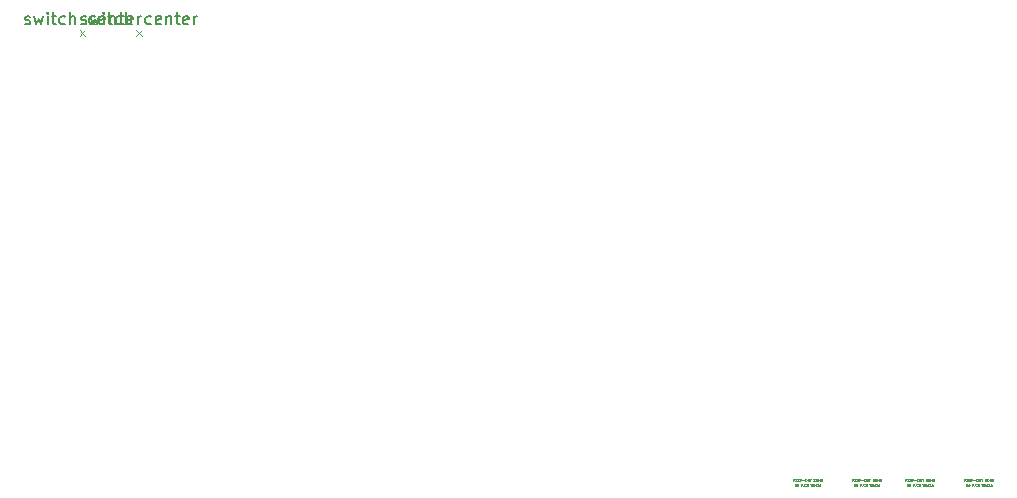
<source format=gbr>
%TF.GenerationSoftware,KiCad,Pcbnew,7.0.1*%
%TF.CreationDate,2023-03-31T22:15:08-04:00*%
%TF.ProjectId,PCB,5043422e-6b69-4636-9164-5f7063625858,rev?*%
%TF.SameCoordinates,Original*%
%TF.FileFunction,Other,Comment*%
%FSLAX46Y46*%
G04 Gerber Fmt 4.6, Leading zero omitted, Abs format (unit mm)*
G04 Created by KiCad (PCBNEW 7.0.1) date 2023-03-31 22:15:08*
%MOMM*%
%LPD*%
G01*
G04 APERTURE LIST*
%ADD10C,0.150000*%
%ADD11C,0.030000*%
%ADD12C,0.120000*%
G04 APERTURE END LIST*
D10*
%TO.C,D65*%
X29625356Y-65491250D02*
X29720594Y-65538869D01*
X29720594Y-65538869D02*
X29911070Y-65538869D01*
X29911070Y-65538869D02*
X30006308Y-65491250D01*
X30006308Y-65491250D02*
X30053927Y-65396011D01*
X30053927Y-65396011D02*
X30053927Y-65348392D01*
X30053927Y-65348392D02*
X30006308Y-65253154D01*
X30006308Y-65253154D02*
X29911070Y-65205535D01*
X29911070Y-65205535D02*
X29768213Y-65205535D01*
X29768213Y-65205535D02*
X29672975Y-65157916D01*
X29672975Y-65157916D02*
X29625356Y-65062678D01*
X29625356Y-65062678D02*
X29625356Y-65015059D01*
X29625356Y-65015059D02*
X29672975Y-64919821D01*
X29672975Y-64919821D02*
X29768213Y-64872202D01*
X29768213Y-64872202D02*
X29911070Y-64872202D01*
X29911070Y-64872202D02*
X30006308Y-64919821D01*
X30387261Y-64872202D02*
X30577737Y-65538869D01*
X30577737Y-65538869D02*
X30768213Y-65062678D01*
X30768213Y-65062678D02*
X30958689Y-65538869D01*
X30958689Y-65538869D02*
X31149165Y-64872202D01*
X31530118Y-65538869D02*
X31530118Y-64872202D01*
X31530118Y-64538869D02*
X31482499Y-64586488D01*
X31482499Y-64586488D02*
X31530118Y-64634107D01*
X31530118Y-64634107D02*
X31577737Y-64586488D01*
X31577737Y-64586488D02*
X31530118Y-64538869D01*
X31530118Y-64538869D02*
X31530118Y-64634107D01*
X31863451Y-64872202D02*
X32244403Y-64872202D01*
X32006308Y-64538869D02*
X32006308Y-65396011D01*
X32006308Y-65396011D02*
X32053927Y-65491250D01*
X32053927Y-65491250D02*
X32149165Y-65538869D01*
X32149165Y-65538869D02*
X32244403Y-65538869D01*
X33006308Y-65491250D02*
X32911070Y-65538869D01*
X32911070Y-65538869D02*
X32720594Y-65538869D01*
X32720594Y-65538869D02*
X32625356Y-65491250D01*
X32625356Y-65491250D02*
X32577737Y-65443630D01*
X32577737Y-65443630D02*
X32530118Y-65348392D01*
X32530118Y-65348392D02*
X32530118Y-65062678D01*
X32530118Y-65062678D02*
X32577737Y-64967440D01*
X32577737Y-64967440D02*
X32625356Y-64919821D01*
X32625356Y-64919821D02*
X32720594Y-64872202D01*
X32720594Y-64872202D02*
X32911070Y-64872202D01*
X32911070Y-64872202D02*
X33006308Y-64919821D01*
X33434880Y-65538869D02*
X33434880Y-64538869D01*
X33863451Y-65538869D02*
X33863451Y-65015059D01*
X33863451Y-65015059D02*
X33815832Y-64919821D01*
X33815832Y-64919821D02*
X33720594Y-64872202D01*
X33720594Y-64872202D02*
X33577737Y-64872202D01*
X33577737Y-64872202D02*
X33482499Y-64919821D01*
X33482499Y-64919821D02*
X33434880Y-64967440D01*
X35530118Y-65491250D02*
X35434880Y-65538869D01*
X35434880Y-65538869D02*
X35244404Y-65538869D01*
X35244404Y-65538869D02*
X35149166Y-65491250D01*
X35149166Y-65491250D02*
X35101547Y-65443630D01*
X35101547Y-65443630D02*
X35053928Y-65348392D01*
X35053928Y-65348392D02*
X35053928Y-65062678D01*
X35053928Y-65062678D02*
X35101547Y-64967440D01*
X35101547Y-64967440D02*
X35149166Y-64919821D01*
X35149166Y-64919821D02*
X35244404Y-64872202D01*
X35244404Y-64872202D02*
X35434880Y-64872202D01*
X35434880Y-64872202D02*
X35530118Y-64919821D01*
X36339642Y-65491250D02*
X36244404Y-65538869D01*
X36244404Y-65538869D02*
X36053928Y-65538869D01*
X36053928Y-65538869D02*
X35958690Y-65491250D01*
X35958690Y-65491250D02*
X35911071Y-65396011D01*
X35911071Y-65396011D02*
X35911071Y-65015059D01*
X35911071Y-65015059D02*
X35958690Y-64919821D01*
X35958690Y-64919821D02*
X36053928Y-64872202D01*
X36053928Y-64872202D02*
X36244404Y-64872202D01*
X36244404Y-64872202D02*
X36339642Y-64919821D01*
X36339642Y-64919821D02*
X36387261Y-65015059D01*
X36387261Y-65015059D02*
X36387261Y-65110297D01*
X36387261Y-65110297D02*
X35911071Y-65205535D01*
X36815833Y-64872202D02*
X36815833Y-65538869D01*
X36815833Y-64967440D02*
X36863452Y-64919821D01*
X36863452Y-64919821D02*
X36958690Y-64872202D01*
X36958690Y-64872202D02*
X37101547Y-64872202D01*
X37101547Y-64872202D02*
X37196785Y-64919821D01*
X37196785Y-64919821D02*
X37244404Y-65015059D01*
X37244404Y-65015059D02*
X37244404Y-65538869D01*
X37577738Y-64872202D02*
X37958690Y-64872202D01*
X37720595Y-64538869D02*
X37720595Y-65396011D01*
X37720595Y-65396011D02*
X37768214Y-65491250D01*
X37768214Y-65491250D02*
X37863452Y-65538869D01*
X37863452Y-65538869D02*
X37958690Y-65538869D01*
X38672976Y-65491250D02*
X38577738Y-65538869D01*
X38577738Y-65538869D02*
X38387262Y-65538869D01*
X38387262Y-65538869D02*
X38292024Y-65491250D01*
X38292024Y-65491250D02*
X38244405Y-65396011D01*
X38244405Y-65396011D02*
X38244405Y-65015059D01*
X38244405Y-65015059D02*
X38292024Y-64919821D01*
X38292024Y-64919821D02*
X38387262Y-64872202D01*
X38387262Y-64872202D02*
X38577738Y-64872202D01*
X38577738Y-64872202D02*
X38672976Y-64919821D01*
X38672976Y-64919821D02*
X38720595Y-65015059D01*
X38720595Y-65015059D02*
X38720595Y-65110297D01*
X38720595Y-65110297D02*
X38244405Y-65205535D01*
X39149167Y-65538869D02*
X39149167Y-64872202D01*
X39149167Y-65062678D02*
X39196786Y-64967440D01*
X39196786Y-64967440D02*
X39244405Y-64919821D01*
X39244405Y-64919821D02*
X39339643Y-64872202D01*
X39339643Y-64872202D02*
X39434881Y-64872202D01*
%TO.C,D64*%
X24862856Y-65491250D02*
X24958094Y-65538869D01*
X24958094Y-65538869D02*
X25148570Y-65538869D01*
X25148570Y-65538869D02*
X25243808Y-65491250D01*
X25243808Y-65491250D02*
X25291427Y-65396011D01*
X25291427Y-65396011D02*
X25291427Y-65348392D01*
X25291427Y-65348392D02*
X25243808Y-65253154D01*
X25243808Y-65253154D02*
X25148570Y-65205535D01*
X25148570Y-65205535D02*
X25005713Y-65205535D01*
X25005713Y-65205535D02*
X24910475Y-65157916D01*
X24910475Y-65157916D02*
X24862856Y-65062678D01*
X24862856Y-65062678D02*
X24862856Y-65015059D01*
X24862856Y-65015059D02*
X24910475Y-64919821D01*
X24910475Y-64919821D02*
X25005713Y-64872202D01*
X25005713Y-64872202D02*
X25148570Y-64872202D01*
X25148570Y-64872202D02*
X25243808Y-64919821D01*
X25624761Y-64872202D02*
X25815237Y-65538869D01*
X25815237Y-65538869D02*
X26005713Y-65062678D01*
X26005713Y-65062678D02*
X26196189Y-65538869D01*
X26196189Y-65538869D02*
X26386665Y-64872202D01*
X26767618Y-65538869D02*
X26767618Y-64872202D01*
X26767618Y-64538869D02*
X26719999Y-64586488D01*
X26719999Y-64586488D02*
X26767618Y-64634107D01*
X26767618Y-64634107D02*
X26815237Y-64586488D01*
X26815237Y-64586488D02*
X26767618Y-64538869D01*
X26767618Y-64538869D02*
X26767618Y-64634107D01*
X27100951Y-64872202D02*
X27481903Y-64872202D01*
X27243808Y-64538869D02*
X27243808Y-65396011D01*
X27243808Y-65396011D02*
X27291427Y-65491250D01*
X27291427Y-65491250D02*
X27386665Y-65538869D01*
X27386665Y-65538869D02*
X27481903Y-65538869D01*
X28243808Y-65491250D02*
X28148570Y-65538869D01*
X28148570Y-65538869D02*
X27958094Y-65538869D01*
X27958094Y-65538869D02*
X27862856Y-65491250D01*
X27862856Y-65491250D02*
X27815237Y-65443630D01*
X27815237Y-65443630D02*
X27767618Y-65348392D01*
X27767618Y-65348392D02*
X27767618Y-65062678D01*
X27767618Y-65062678D02*
X27815237Y-64967440D01*
X27815237Y-64967440D02*
X27862856Y-64919821D01*
X27862856Y-64919821D02*
X27958094Y-64872202D01*
X27958094Y-64872202D02*
X28148570Y-64872202D01*
X28148570Y-64872202D02*
X28243808Y-64919821D01*
X28672380Y-65538869D02*
X28672380Y-64538869D01*
X29100951Y-65538869D02*
X29100951Y-65015059D01*
X29100951Y-65015059D02*
X29053332Y-64919821D01*
X29053332Y-64919821D02*
X28958094Y-64872202D01*
X28958094Y-64872202D02*
X28815237Y-64872202D01*
X28815237Y-64872202D02*
X28719999Y-64919821D01*
X28719999Y-64919821D02*
X28672380Y-64967440D01*
X30767618Y-65491250D02*
X30672380Y-65538869D01*
X30672380Y-65538869D02*
X30481904Y-65538869D01*
X30481904Y-65538869D02*
X30386666Y-65491250D01*
X30386666Y-65491250D02*
X30339047Y-65443630D01*
X30339047Y-65443630D02*
X30291428Y-65348392D01*
X30291428Y-65348392D02*
X30291428Y-65062678D01*
X30291428Y-65062678D02*
X30339047Y-64967440D01*
X30339047Y-64967440D02*
X30386666Y-64919821D01*
X30386666Y-64919821D02*
X30481904Y-64872202D01*
X30481904Y-64872202D02*
X30672380Y-64872202D01*
X30672380Y-64872202D02*
X30767618Y-64919821D01*
X31577142Y-65491250D02*
X31481904Y-65538869D01*
X31481904Y-65538869D02*
X31291428Y-65538869D01*
X31291428Y-65538869D02*
X31196190Y-65491250D01*
X31196190Y-65491250D02*
X31148571Y-65396011D01*
X31148571Y-65396011D02*
X31148571Y-65015059D01*
X31148571Y-65015059D02*
X31196190Y-64919821D01*
X31196190Y-64919821D02*
X31291428Y-64872202D01*
X31291428Y-64872202D02*
X31481904Y-64872202D01*
X31481904Y-64872202D02*
X31577142Y-64919821D01*
X31577142Y-64919821D02*
X31624761Y-65015059D01*
X31624761Y-65015059D02*
X31624761Y-65110297D01*
X31624761Y-65110297D02*
X31148571Y-65205535D01*
X32053333Y-64872202D02*
X32053333Y-65538869D01*
X32053333Y-64967440D02*
X32100952Y-64919821D01*
X32100952Y-64919821D02*
X32196190Y-64872202D01*
X32196190Y-64872202D02*
X32339047Y-64872202D01*
X32339047Y-64872202D02*
X32434285Y-64919821D01*
X32434285Y-64919821D02*
X32481904Y-65015059D01*
X32481904Y-65015059D02*
X32481904Y-65538869D01*
X32815238Y-64872202D02*
X33196190Y-64872202D01*
X32958095Y-64538869D02*
X32958095Y-65396011D01*
X32958095Y-65396011D02*
X33005714Y-65491250D01*
X33005714Y-65491250D02*
X33100952Y-65538869D01*
X33100952Y-65538869D02*
X33196190Y-65538869D01*
X33910476Y-65491250D02*
X33815238Y-65538869D01*
X33815238Y-65538869D02*
X33624762Y-65538869D01*
X33624762Y-65538869D02*
X33529524Y-65491250D01*
X33529524Y-65491250D02*
X33481905Y-65396011D01*
X33481905Y-65396011D02*
X33481905Y-65015059D01*
X33481905Y-65015059D02*
X33529524Y-64919821D01*
X33529524Y-64919821D02*
X33624762Y-64872202D01*
X33624762Y-64872202D02*
X33815238Y-64872202D01*
X33815238Y-64872202D02*
X33910476Y-64919821D01*
X33910476Y-64919821D02*
X33958095Y-65015059D01*
X33958095Y-65015059D02*
X33958095Y-65110297D01*
X33958095Y-65110297D02*
X33481905Y-65205535D01*
X34386667Y-65538869D02*
X34386667Y-64872202D01*
X34386667Y-65062678D02*
X34434286Y-64967440D01*
X34434286Y-64967440D02*
X34481905Y-64919821D01*
X34481905Y-64919821D02*
X34577143Y-64872202D01*
X34577143Y-64872202D02*
X34672381Y-64872202D01*
D11*
%TO.C,SW73*%
X94894465Y-104233773D02*
X94894465Y-104033773D01*
X95008750Y-104233773D02*
X94923036Y-104119488D01*
X95008750Y-104033773D02*
X94894465Y-104148059D01*
X95094465Y-104129011D02*
X95161131Y-104129011D01*
X95189703Y-104233773D02*
X95094465Y-104233773D01*
X95094465Y-104233773D02*
X95094465Y-104033773D01*
X95094465Y-104033773D02*
X95189703Y-104033773D01*
X95275417Y-104129011D02*
X95342083Y-104129011D01*
X95370655Y-104233773D02*
X95275417Y-104233773D01*
X95275417Y-104233773D02*
X95275417Y-104033773D01*
X95275417Y-104033773D02*
X95370655Y-104033773D01*
X95456369Y-104233773D02*
X95456369Y-104033773D01*
X95456369Y-104033773D02*
X95532559Y-104033773D01*
X95532559Y-104033773D02*
X95551607Y-104043297D01*
X95551607Y-104043297D02*
X95561130Y-104052821D01*
X95561130Y-104052821D02*
X95570654Y-104071869D01*
X95570654Y-104071869D02*
X95570654Y-104100440D01*
X95570654Y-104100440D02*
X95561130Y-104119488D01*
X95561130Y-104119488D02*
X95551607Y-104129011D01*
X95551607Y-104129011D02*
X95532559Y-104138535D01*
X95532559Y-104138535D02*
X95456369Y-104138535D01*
X95656369Y-104157583D02*
X95808750Y-104157583D01*
X95942083Y-104033773D02*
X95980178Y-104033773D01*
X95980178Y-104033773D02*
X95999226Y-104043297D01*
X95999226Y-104043297D02*
X96018273Y-104062345D01*
X96018273Y-104062345D02*
X96027797Y-104100440D01*
X96027797Y-104100440D02*
X96027797Y-104167107D01*
X96027797Y-104167107D02*
X96018273Y-104205202D01*
X96018273Y-104205202D02*
X95999226Y-104224250D01*
X95999226Y-104224250D02*
X95980178Y-104233773D01*
X95980178Y-104233773D02*
X95942083Y-104233773D01*
X95942083Y-104233773D02*
X95923035Y-104224250D01*
X95923035Y-104224250D02*
X95903988Y-104205202D01*
X95903988Y-104205202D02*
X95894464Y-104167107D01*
X95894464Y-104167107D02*
X95894464Y-104100440D01*
X95894464Y-104100440D02*
X95903988Y-104062345D01*
X95903988Y-104062345D02*
X95923035Y-104043297D01*
X95923035Y-104043297D02*
X95942083Y-104033773D01*
X96113512Y-104033773D02*
X96113512Y-104195678D01*
X96113512Y-104195678D02*
X96123035Y-104214726D01*
X96123035Y-104214726D02*
X96132559Y-104224250D01*
X96132559Y-104224250D02*
X96151607Y-104233773D01*
X96151607Y-104233773D02*
X96189702Y-104233773D01*
X96189702Y-104233773D02*
X96208750Y-104224250D01*
X96208750Y-104224250D02*
X96218273Y-104214726D01*
X96218273Y-104214726D02*
X96227797Y-104195678D01*
X96227797Y-104195678D02*
X96227797Y-104033773D01*
X96294464Y-104033773D02*
X96408750Y-104033773D01*
X96351607Y-104233773D02*
X96351607Y-104033773D01*
X96608750Y-104033773D02*
X96742083Y-104033773D01*
X96742083Y-104033773D02*
X96608750Y-104233773D01*
X96608750Y-104233773D02*
X96742083Y-104233773D01*
X96856369Y-104033773D02*
X96894464Y-104033773D01*
X96894464Y-104033773D02*
X96913512Y-104043297D01*
X96913512Y-104043297D02*
X96932559Y-104062345D01*
X96932559Y-104062345D02*
X96942083Y-104100440D01*
X96942083Y-104100440D02*
X96942083Y-104167107D01*
X96942083Y-104167107D02*
X96932559Y-104205202D01*
X96932559Y-104205202D02*
X96913512Y-104224250D01*
X96913512Y-104224250D02*
X96894464Y-104233773D01*
X96894464Y-104233773D02*
X96856369Y-104233773D01*
X96856369Y-104233773D02*
X96837321Y-104224250D01*
X96837321Y-104224250D02*
X96818274Y-104205202D01*
X96818274Y-104205202D02*
X96808750Y-104167107D01*
X96808750Y-104167107D02*
X96808750Y-104100440D01*
X96808750Y-104100440D02*
X96818274Y-104062345D01*
X96818274Y-104062345D02*
X96837321Y-104043297D01*
X96837321Y-104043297D02*
X96856369Y-104033773D01*
X97027798Y-104233773D02*
X97027798Y-104033773D01*
X97027798Y-104033773D02*
X97142083Y-104233773D01*
X97142083Y-104233773D02*
X97142083Y-104033773D01*
X97237322Y-104129011D02*
X97303988Y-104129011D01*
X97332560Y-104233773D02*
X97237322Y-104233773D01*
X97237322Y-104233773D02*
X97237322Y-104033773D01*
X97237322Y-104033773D02*
X97332560Y-104033773D01*
X89894465Y-104233773D02*
X89894465Y-104033773D01*
X90008750Y-104233773D02*
X89923036Y-104119488D01*
X90008750Y-104033773D02*
X89894465Y-104148059D01*
X90094465Y-104129011D02*
X90161131Y-104129011D01*
X90189703Y-104233773D02*
X90094465Y-104233773D01*
X90094465Y-104233773D02*
X90094465Y-104033773D01*
X90094465Y-104033773D02*
X90189703Y-104033773D01*
X90275417Y-104129011D02*
X90342083Y-104129011D01*
X90370655Y-104233773D02*
X90275417Y-104233773D01*
X90275417Y-104233773D02*
X90275417Y-104033773D01*
X90275417Y-104033773D02*
X90370655Y-104033773D01*
X90456369Y-104233773D02*
X90456369Y-104033773D01*
X90456369Y-104033773D02*
X90532559Y-104033773D01*
X90532559Y-104033773D02*
X90551607Y-104043297D01*
X90551607Y-104043297D02*
X90561130Y-104052821D01*
X90561130Y-104052821D02*
X90570654Y-104071869D01*
X90570654Y-104071869D02*
X90570654Y-104100440D01*
X90570654Y-104100440D02*
X90561130Y-104119488D01*
X90561130Y-104119488D02*
X90551607Y-104129011D01*
X90551607Y-104129011D02*
X90532559Y-104138535D01*
X90532559Y-104138535D02*
X90456369Y-104138535D01*
X90656369Y-104157583D02*
X90808750Y-104157583D01*
X90942083Y-104033773D02*
X90980178Y-104033773D01*
X90980178Y-104033773D02*
X90999226Y-104043297D01*
X90999226Y-104043297D02*
X91018273Y-104062345D01*
X91018273Y-104062345D02*
X91027797Y-104100440D01*
X91027797Y-104100440D02*
X91027797Y-104167107D01*
X91027797Y-104167107D02*
X91018273Y-104205202D01*
X91018273Y-104205202D02*
X90999226Y-104224250D01*
X90999226Y-104224250D02*
X90980178Y-104233773D01*
X90980178Y-104233773D02*
X90942083Y-104233773D01*
X90942083Y-104233773D02*
X90923035Y-104224250D01*
X90923035Y-104224250D02*
X90903988Y-104205202D01*
X90903988Y-104205202D02*
X90894464Y-104167107D01*
X90894464Y-104167107D02*
X90894464Y-104100440D01*
X90894464Y-104100440D02*
X90903988Y-104062345D01*
X90903988Y-104062345D02*
X90923035Y-104043297D01*
X90923035Y-104043297D02*
X90942083Y-104033773D01*
X91113512Y-104033773D02*
X91113512Y-104195678D01*
X91113512Y-104195678D02*
X91123035Y-104214726D01*
X91123035Y-104214726D02*
X91132559Y-104224250D01*
X91132559Y-104224250D02*
X91151607Y-104233773D01*
X91151607Y-104233773D02*
X91189702Y-104233773D01*
X91189702Y-104233773D02*
X91208750Y-104224250D01*
X91208750Y-104224250D02*
X91218273Y-104214726D01*
X91218273Y-104214726D02*
X91227797Y-104195678D01*
X91227797Y-104195678D02*
X91227797Y-104033773D01*
X91294464Y-104033773D02*
X91408750Y-104033773D01*
X91351607Y-104233773D02*
X91351607Y-104033773D01*
X91608750Y-104033773D02*
X91742083Y-104033773D01*
X91742083Y-104033773D02*
X91608750Y-104233773D01*
X91608750Y-104233773D02*
X91742083Y-104233773D01*
X91856369Y-104033773D02*
X91894464Y-104033773D01*
X91894464Y-104033773D02*
X91913512Y-104043297D01*
X91913512Y-104043297D02*
X91932559Y-104062345D01*
X91932559Y-104062345D02*
X91942083Y-104100440D01*
X91942083Y-104100440D02*
X91942083Y-104167107D01*
X91942083Y-104167107D02*
X91932559Y-104205202D01*
X91932559Y-104205202D02*
X91913512Y-104224250D01*
X91913512Y-104224250D02*
X91894464Y-104233773D01*
X91894464Y-104233773D02*
X91856369Y-104233773D01*
X91856369Y-104233773D02*
X91837321Y-104224250D01*
X91837321Y-104224250D02*
X91818274Y-104205202D01*
X91818274Y-104205202D02*
X91808750Y-104167107D01*
X91808750Y-104167107D02*
X91808750Y-104100440D01*
X91808750Y-104100440D02*
X91818274Y-104062345D01*
X91818274Y-104062345D02*
X91837321Y-104043297D01*
X91837321Y-104043297D02*
X91856369Y-104033773D01*
X92027798Y-104233773D02*
X92027798Y-104033773D01*
X92027798Y-104033773D02*
X92142083Y-104233773D01*
X92142083Y-104233773D02*
X92142083Y-104033773D01*
X92237322Y-104129011D02*
X92303988Y-104129011D01*
X92332560Y-104233773D02*
X92237322Y-104233773D01*
X92237322Y-104233773D02*
X92237322Y-104033773D01*
X92237322Y-104033773D02*
X92332560Y-104033773D01*
X95027797Y-104633773D02*
X95027797Y-104433773D01*
X95027797Y-104433773D02*
X95142082Y-104633773D01*
X95142082Y-104633773D02*
X95142082Y-104433773D01*
X95265892Y-104633773D02*
X95246844Y-104624250D01*
X95246844Y-104624250D02*
X95237321Y-104614726D01*
X95237321Y-104614726D02*
X95227797Y-104595678D01*
X95227797Y-104595678D02*
X95227797Y-104538535D01*
X95227797Y-104538535D02*
X95237321Y-104519488D01*
X95237321Y-104519488D02*
X95246844Y-104509964D01*
X95246844Y-104509964D02*
X95265892Y-104500440D01*
X95265892Y-104500440D02*
X95294463Y-104500440D01*
X95294463Y-104500440D02*
X95313511Y-104509964D01*
X95313511Y-104509964D02*
X95323035Y-104519488D01*
X95323035Y-104519488D02*
X95332559Y-104538535D01*
X95332559Y-104538535D02*
X95332559Y-104595678D01*
X95332559Y-104595678D02*
X95323035Y-104614726D01*
X95323035Y-104614726D02*
X95313511Y-104624250D01*
X95313511Y-104624250D02*
X95294463Y-104633773D01*
X95294463Y-104633773D02*
X95265892Y-104633773D01*
X95637320Y-104529011D02*
X95570654Y-104529011D01*
X95570654Y-104633773D02*
X95570654Y-104433773D01*
X95570654Y-104433773D02*
X95665892Y-104433773D01*
X95742083Y-104614726D02*
X95751606Y-104624250D01*
X95751606Y-104624250D02*
X95742083Y-104633773D01*
X95742083Y-104633773D02*
X95732559Y-104624250D01*
X95732559Y-104624250D02*
X95742083Y-104614726D01*
X95742083Y-104614726D02*
X95742083Y-104633773D01*
X95951606Y-104614726D02*
X95942082Y-104624250D01*
X95942082Y-104624250D02*
X95913511Y-104633773D01*
X95913511Y-104633773D02*
X95894463Y-104633773D01*
X95894463Y-104633773D02*
X95865892Y-104624250D01*
X95865892Y-104624250D02*
X95846844Y-104605202D01*
X95846844Y-104605202D02*
X95837321Y-104586154D01*
X95837321Y-104586154D02*
X95827797Y-104548059D01*
X95827797Y-104548059D02*
X95827797Y-104519488D01*
X95827797Y-104519488D02*
X95837321Y-104481392D01*
X95837321Y-104481392D02*
X95846844Y-104462345D01*
X95846844Y-104462345D02*
X95865892Y-104443297D01*
X95865892Y-104443297D02*
X95894463Y-104433773D01*
X95894463Y-104433773D02*
X95913511Y-104433773D01*
X95913511Y-104433773D02*
X95942082Y-104443297D01*
X95942082Y-104443297D02*
X95951606Y-104452821D01*
X96123035Y-104500440D02*
X96123035Y-104633773D01*
X96037321Y-104500440D02*
X96037321Y-104605202D01*
X96037321Y-104605202D02*
X96046844Y-104624250D01*
X96046844Y-104624250D02*
X96065892Y-104633773D01*
X96065892Y-104633773D02*
X96094463Y-104633773D01*
X96094463Y-104633773D02*
X96113511Y-104624250D01*
X96113511Y-104624250D02*
X96123035Y-104614726D01*
X96342082Y-104500440D02*
X96418273Y-104500440D01*
X96370654Y-104433773D02*
X96370654Y-104605202D01*
X96370654Y-104605202D02*
X96380177Y-104624250D01*
X96380177Y-104624250D02*
X96399225Y-104633773D01*
X96399225Y-104633773D02*
X96418273Y-104633773D01*
X96484940Y-104633773D02*
X96484940Y-104500440D01*
X96484940Y-104538535D02*
X96494463Y-104519488D01*
X96494463Y-104519488D02*
X96503987Y-104509964D01*
X96503987Y-104509964D02*
X96523035Y-104500440D01*
X96523035Y-104500440D02*
X96542082Y-104500440D01*
X96694464Y-104633773D02*
X96694464Y-104529011D01*
X96694464Y-104529011D02*
X96684940Y-104509964D01*
X96684940Y-104509964D02*
X96665892Y-104500440D01*
X96665892Y-104500440D02*
X96627797Y-104500440D01*
X96627797Y-104500440D02*
X96608750Y-104509964D01*
X96694464Y-104624250D02*
X96675416Y-104633773D01*
X96675416Y-104633773D02*
X96627797Y-104633773D01*
X96627797Y-104633773D02*
X96608750Y-104624250D01*
X96608750Y-104624250D02*
X96599226Y-104605202D01*
X96599226Y-104605202D02*
X96599226Y-104586154D01*
X96599226Y-104586154D02*
X96608750Y-104567107D01*
X96608750Y-104567107D02*
X96627797Y-104557583D01*
X96627797Y-104557583D02*
X96675416Y-104557583D01*
X96675416Y-104557583D02*
X96694464Y-104548059D01*
X96875416Y-104624250D02*
X96856368Y-104633773D01*
X96856368Y-104633773D02*
X96818273Y-104633773D01*
X96818273Y-104633773D02*
X96799225Y-104624250D01*
X96799225Y-104624250D02*
X96789702Y-104614726D01*
X96789702Y-104614726D02*
X96780178Y-104595678D01*
X96780178Y-104595678D02*
X96780178Y-104538535D01*
X96780178Y-104538535D02*
X96789702Y-104519488D01*
X96789702Y-104519488D02*
X96799225Y-104509964D01*
X96799225Y-104509964D02*
X96818273Y-104500440D01*
X96818273Y-104500440D02*
X96856368Y-104500440D01*
X96856368Y-104500440D02*
X96875416Y-104509964D01*
X96961131Y-104633773D02*
X96961131Y-104433773D01*
X96980178Y-104557583D02*
X97037321Y-104633773D01*
X97037321Y-104500440D02*
X96961131Y-104576630D01*
X97113512Y-104624250D02*
X97132559Y-104633773D01*
X97132559Y-104633773D02*
X97170655Y-104633773D01*
X97170655Y-104633773D02*
X97189702Y-104624250D01*
X97189702Y-104624250D02*
X97199226Y-104605202D01*
X97199226Y-104605202D02*
X97199226Y-104595678D01*
X97199226Y-104595678D02*
X97189702Y-104576630D01*
X97189702Y-104576630D02*
X97170655Y-104567107D01*
X97170655Y-104567107D02*
X97142083Y-104567107D01*
X97142083Y-104567107D02*
X97123036Y-104557583D01*
X97123036Y-104557583D02*
X97113512Y-104538535D01*
X97113512Y-104538535D02*
X97113512Y-104529011D01*
X97113512Y-104529011D02*
X97123036Y-104509964D01*
X97123036Y-104509964D02*
X97142083Y-104500440D01*
X97142083Y-104500440D02*
X97170655Y-104500440D01*
X97170655Y-104500440D02*
X97189702Y-104509964D01*
X90027797Y-104633773D02*
X90027797Y-104433773D01*
X90027797Y-104433773D02*
X90142082Y-104633773D01*
X90142082Y-104633773D02*
X90142082Y-104433773D01*
X90265892Y-104633773D02*
X90246844Y-104624250D01*
X90246844Y-104624250D02*
X90237321Y-104614726D01*
X90237321Y-104614726D02*
X90227797Y-104595678D01*
X90227797Y-104595678D02*
X90227797Y-104538535D01*
X90227797Y-104538535D02*
X90237321Y-104519488D01*
X90237321Y-104519488D02*
X90246844Y-104509964D01*
X90246844Y-104509964D02*
X90265892Y-104500440D01*
X90265892Y-104500440D02*
X90294463Y-104500440D01*
X90294463Y-104500440D02*
X90313511Y-104509964D01*
X90313511Y-104509964D02*
X90323035Y-104519488D01*
X90323035Y-104519488D02*
X90332559Y-104538535D01*
X90332559Y-104538535D02*
X90332559Y-104595678D01*
X90332559Y-104595678D02*
X90323035Y-104614726D01*
X90323035Y-104614726D02*
X90313511Y-104624250D01*
X90313511Y-104624250D02*
X90294463Y-104633773D01*
X90294463Y-104633773D02*
X90265892Y-104633773D01*
X90637320Y-104529011D02*
X90570654Y-104529011D01*
X90570654Y-104633773D02*
X90570654Y-104433773D01*
X90570654Y-104433773D02*
X90665892Y-104433773D01*
X90742083Y-104614726D02*
X90751606Y-104624250D01*
X90751606Y-104624250D02*
X90742083Y-104633773D01*
X90742083Y-104633773D02*
X90732559Y-104624250D01*
X90732559Y-104624250D02*
X90742083Y-104614726D01*
X90742083Y-104614726D02*
X90742083Y-104633773D01*
X90951606Y-104614726D02*
X90942082Y-104624250D01*
X90942082Y-104624250D02*
X90913511Y-104633773D01*
X90913511Y-104633773D02*
X90894463Y-104633773D01*
X90894463Y-104633773D02*
X90865892Y-104624250D01*
X90865892Y-104624250D02*
X90846844Y-104605202D01*
X90846844Y-104605202D02*
X90837321Y-104586154D01*
X90837321Y-104586154D02*
X90827797Y-104548059D01*
X90827797Y-104548059D02*
X90827797Y-104519488D01*
X90827797Y-104519488D02*
X90837321Y-104481392D01*
X90837321Y-104481392D02*
X90846844Y-104462345D01*
X90846844Y-104462345D02*
X90865892Y-104443297D01*
X90865892Y-104443297D02*
X90894463Y-104433773D01*
X90894463Y-104433773D02*
X90913511Y-104433773D01*
X90913511Y-104433773D02*
X90942082Y-104443297D01*
X90942082Y-104443297D02*
X90951606Y-104452821D01*
X91123035Y-104500440D02*
X91123035Y-104633773D01*
X91037321Y-104500440D02*
X91037321Y-104605202D01*
X91037321Y-104605202D02*
X91046844Y-104624250D01*
X91046844Y-104624250D02*
X91065892Y-104633773D01*
X91065892Y-104633773D02*
X91094463Y-104633773D01*
X91094463Y-104633773D02*
X91113511Y-104624250D01*
X91113511Y-104624250D02*
X91123035Y-104614726D01*
X91342082Y-104500440D02*
X91418273Y-104500440D01*
X91370654Y-104433773D02*
X91370654Y-104605202D01*
X91370654Y-104605202D02*
X91380177Y-104624250D01*
X91380177Y-104624250D02*
X91399225Y-104633773D01*
X91399225Y-104633773D02*
X91418273Y-104633773D01*
X91484940Y-104633773D02*
X91484940Y-104500440D01*
X91484940Y-104538535D02*
X91494463Y-104519488D01*
X91494463Y-104519488D02*
X91503987Y-104509964D01*
X91503987Y-104509964D02*
X91523035Y-104500440D01*
X91523035Y-104500440D02*
X91542082Y-104500440D01*
X91694464Y-104633773D02*
X91694464Y-104529011D01*
X91694464Y-104529011D02*
X91684940Y-104509964D01*
X91684940Y-104509964D02*
X91665892Y-104500440D01*
X91665892Y-104500440D02*
X91627797Y-104500440D01*
X91627797Y-104500440D02*
X91608750Y-104509964D01*
X91694464Y-104624250D02*
X91675416Y-104633773D01*
X91675416Y-104633773D02*
X91627797Y-104633773D01*
X91627797Y-104633773D02*
X91608750Y-104624250D01*
X91608750Y-104624250D02*
X91599226Y-104605202D01*
X91599226Y-104605202D02*
X91599226Y-104586154D01*
X91599226Y-104586154D02*
X91608750Y-104567107D01*
X91608750Y-104567107D02*
X91627797Y-104557583D01*
X91627797Y-104557583D02*
X91675416Y-104557583D01*
X91675416Y-104557583D02*
X91694464Y-104548059D01*
X91875416Y-104624250D02*
X91856368Y-104633773D01*
X91856368Y-104633773D02*
X91818273Y-104633773D01*
X91818273Y-104633773D02*
X91799225Y-104624250D01*
X91799225Y-104624250D02*
X91789702Y-104614726D01*
X91789702Y-104614726D02*
X91780178Y-104595678D01*
X91780178Y-104595678D02*
X91780178Y-104538535D01*
X91780178Y-104538535D02*
X91789702Y-104519488D01*
X91789702Y-104519488D02*
X91799225Y-104509964D01*
X91799225Y-104509964D02*
X91818273Y-104500440D01*
X91818273Y-104500440D02*
X91856368Y-104500440D01*
X91856368Y-104500440D02*
X91875416Y-104509964D01*
X91961131Y-104633773D02*
X91961131Y-104433773D01*
X91980178Y-104557583D02*
X92037321Y-104633773D01*
X92037321Y-104500440D02*
X91961131Y-104576630D01*
X92113512Y-104624250D02*
X92132559Y-104633773D01*
X92132559Y-104633773D02*
X92170655Y-104633773D01*
X92170655Y-104633773D02*
X92189702Y-104624250D01*
X92189702Y-104624250D02*
X92199226Y-104605202D01*
X92199226Y-104605202D02*
X92199226Y-104595678D01*
X92199226Y-104595678D02*
X92189702Y-104576630D01*
X92189702Y-104576630D02*
X92170655Y-104567107D01*
X92170655Y-104567107D02*
X92142083Y-104567107D01*
X92142083Y-104567107D02*
X92123036Y-104557583D01*
X92123036Y-104557583D02*
X92113512Y-104538535D01*
X92113512Y-104538535D02*
X92113512Y-104529011D01*
X92113512Y-104529011D02*
X92123036Y-104509964D01*
X92123036Y-104509964D02*
X92142083Y-104500440D01*
X92142083Y-104500440D02*
X92170655Y-104500440D01*
X92170655Y-104500440D02*
X92189702Y-104509964D01*
%TO.C,SW72*%
X104517797Y-104633773D02*
X104517797Y-104433773D01*
X104517797Y-104433773D02*
X104632082Y-104633773D01*
X104632082Y-104633773D02*
X104632082Y-104433773D01*
X104755892Y-104633773D02*
X104736844Y-104624250D01*
X104736844Y-104624250D02*
X104727321Y-104614726D01*
X104727321Y-104614726D02*
X104717797Y-104595678D01*
X104717797Y-104595678D02*
X104717797Y-104538535D01*
X104717797Y-104538535D02*
X104727321Y-104519488D01*
X104727321Y-104519488D02*
X104736844Y-104509964D01*
X104736844Y-104509964D02*
X104755892Y-104500440D01*
X104755892Y-104500440D02*
X104784463Y-104500440D01*
X104784463Y-104500440D02*
X104803511Y-104509964D01*
X104803511Y-104509964D02*
X104813035Y-104519488D01*
X104813035Y-104519488D02*
X104822559Y-104538535D01*
X104822559Y-104538535D02*
X104822559Y-104595678D01*
X104822559Y-104595678D02*
X104813035Y-104614726D01*
X104813035Y-104614726D02*
X104803511Y-104624250D01*
X104803511Y-104624250D02*
X104784463Y-104633773D01*
X104784463Y-104633773D02*
X104755892Y-104633773D01*
X105127320Y-104529011D02*
X105060654Y-104529011D01*
X105060654Y-104633773D02*
X105060654Y-104433773D01*
X105060654Y-104433773D02*
X105155892Y-104433773D01*
X105232083Y-104614726D02*
X105241606Y-104624250D01*
X105241606Y-104624250D02*
X105232083Y-104633773D01*
X105232083Y-104633773D02*
X105222559Y-104624250D01*
X105222559Y-104624250D02*
X105232083Y-104614726D01*
X105232083Y-104614726D02*
X105232083Y-104633773D01*
X105441606Y-104614726D02*
X105432082Y-104624250D01*
X105432082Y-104624250D02*
X105403511Y-104633773D01*
X105403511Y-104633773D02*
X105384463Y-104633773D01*
X105384463Y-104633773D02*
X105355892Y-104624250D01*
X105355892Y-104624250D02*
X105336844Y-104605202D01*
X105336844Y-104605202D02*
X105327321Y-104586154D01*
X105327321Y-104586154D02*
X105317797Y-104548059D01*
X105317797Y-104548059D02*
X105317797Y-104519488D01*
X105317797Y-104519488D02*
X105327321Y-104481392D01*
X105327321Y-104481392D02*
X105336844Y-104462345D01*
X105336844Y-104462345D02*
X105355892Y-104443297D01*
X105355892Y-104443297D02*
X105384463Y-104433773D01*
X105384463Y-104433773D02*
X105403511Y-104433773D01*
X105403511Y-104433773D02*
X105432082Y-104443297D01*
X105432082Y-104443297D02*
X105441606Y-104452821D01*
X105613035Y-104500440D02*
X105613035Y-104633773D01*
X105527321Y-104500440D02*
X105527321Y-104605202D01*
X105527321Y-104605202D02*
X105536844Y-104624250D01*
X105536844Y-104624250D02*
X105555892Y-104633773D01*
X105555892Y-104633773D02*
X105584463Y-104633773D01*
X105584463Y-104633773D02*
X105603511Y-104624250D01*
X105603511Y-104624250D02*
X105613035Y-104614726D01*
X105832082Y-104500440D02*
X105908273Y-104500440D01*
X105860654Y-104433773D02*
X105860654Y-104605202D01*
X105860654Y-104605202D02*
X105870177Y-104624250D01*
X105870177Y-104624250D02*
X105889225Y-104633773D01*
X105889225Y-104633773D02*
X105908273Y-104633773D01*
X105974940Y-104633773D02*
X105974940Y-104500440D01*
X105974940Y-104538535D02*
X105984463Y-104519488D01*
X105984463Y-104519488D02*
X105993987Y-104509964D01*
X105993987Y-104509964D02*
X106013035Y-104500440D01*
X106013035Y-104500440D02*
X106032082Y-104500440D01*
X106184464Y-104633773D02*
X106184464Y-104529011D01*
X106184464Y-104529011D02*
X106174940Y-104509964D01*
X106174940Y-104509964D02*
X106155892Y-104500440D01*
X106155892Y-104500440D02*
X106117797Y-104500440D01*
X106117797Y-104500440D02*
X106098750Y-104509964D01*
X106184464Y-104624250D02*
X106165416Y-104633773D01*
X106165416Y-104633773D02*
X106117797Y-104633773D01*
X106117797Y-104633773D02*
X106098750Y-104624250D01*
X106098750Y-104624250D02*
X106089226Y-104605202D01*
X106089226Y-104605202D02*
X106089226Y-104586154D01*
X106089226Y-104586154D02*
X106098750Y-104567107D01*
X106098750Y-104567107D02*
X106117797Y-104557583D01*
X106117797Y-104557583D02*
X106165416Y-104557583D01*
X106165416Y-104557583D02*
X106184464Y-104548059D01*
X106365416Y-104624250D02*
X106346368Y-104633773D01*
X106346368Y-104633773D02*
X106308273Y-104633773D01*
X106308273Y-104633773D02*
X106289225Y-104624250D01*
X106289225Y-104624250D02*
X106279702Y-104614726D01*
X106279702Y-104614726D02*
X106270178Y-104595678D01*
X106270178Y-104595678D02*
X106270178Y-104538535D01*
X106270178Y-104538535D02*
X106279702Y-104519488D01*
X106279702Y-104519488D02*
X106289225Y-104509964D01*
X106289225Y-104509964D02*
X106308273Y-104500440D01*
X106308273Y-104500440D02*
X106346368Y-104500440D01*
X106346368Y-104500440D02*
X106365416Y-104509964D01*
X106451131Y-104633773D02*
X106451131Y-104433773D01*
X106470178Y-104557583D02*
X106527321Y-104633773D01*
X106527321Y-104500440D02*
X106451131Y-104576630D01*
X106603512Y-104624250D02*
X106622559Y-104633773D01*
X106622559Y-104633773D02*
X106660655Y-104633773D01*
X106660655Y-104633773D02*
X106679702Y-104624250D01*
X106679702Y-104624250D02*
X106689226Y-104605202D01*
X106689226Y-104605202D02*
X106689226Y-104595678D01*
X106689226Y-104595678D02*
X106679702Y-104576630D01*
X106679702Y-104576630D02*
X106660655Y-104567107D01*
X106660655Y-104567107D02*
X106632083Y-104567107D01*
X106632083Y-104567107D02*
X106613036Y-104557583D01*
X106613036Y-104557583D02*
X106603512Y-104538535D01*
X106603512Y-104538535D02*
X106603512Y-104529011D01*
X106603512Y-104529011D02*
X106613036Y-104509964D01*
X106613036Y-104509964D02*
X106632083Y-104500440D01*
X106632083Y-104500440D02*
X106660655Y-104500440D01*
X106660655Y-104500440D02*
X106679702Y-104509964D01*
X104384465Y-104233773D02*
X104384465Y-104033773D01*
X104498750Y-104233773D02*
X104413036Y-104119488D01*
X104498750Y-104033773D02*
X104384465Y-104148059D01*
X104584465Y-104129011D02*
X104651131Y-104129011D01*
X104679703Y-104233773D02*
X104584465Y-104233773D01*
X104584465Y-104233773D02*
X104584465Y-104033773D01*
X104584465Y-104033773D02*
X104679703Y-104033773D01*
X104765417Y-104129011D02*
X104832083Y-104129011D01*
X104860655Y-104233773D02*
X104765417Y-104233773D01*
X104765417Y-104233773D02*
X104765417Y-104033773D01*
X104765417Y-104033773D02*
X104860655Y-104033773D01*
X104946369Y-104233773D02*
X104946369Y-104033773D01*
X104946369Y-104033773D02*
X105022559Y-104033773D01*
X105022559Y-104033773D02*
X105041607Y-104043297D01*
X105041607Y-104043297D02*
X105051130Y-104052821D01*
X105051130Y-104052821D02*
X105060654Y-104071869D01*
X105060654Y-104071869D02*
X105060654Y-104100440D01*
X105060654Y-104100440D02*
X105051130Y-104119488D01*
X105051130Y-104119488D02*
X105041607Y-104129011D01*
X105041607Y-104129011D02*
X105022559Y-104138535D01*
X105022559Y-104138535D02*
X104946369Y-104138535D01*
X105146369Y-104157583D02*
X105298750Y-104157583D01*
X105432083Y-104033773D02*
X105470178Y-104033773D01*
X105470178Y-104033773D02*
X105489226Y-104043297D01*
X105489226Y-104043297D02*
X105508273Y-104062345D01*
X105508273Y-104062345D02*
X105517797Y-104100440D01*
X105517797Y-104100440D02*
X105517797Y-104167107D01*
X105517797Y-104167107D02*
X105508273Y-104205202D01*
X105508273Y-104205202D02*
X105489226Y-104224250D01*
X105489226Y-104224250D02*
X105470178Y-104233773D01*
X105470178Y-104233773D02*
X105432083Y-104233773D01*
X105432083Y-104233773D02*
X105413035Y-104224250D01*
X105413035Y-104224250D02*
X105393988Y-104205202D01*
X105393988Y-104205202D02*
X105384464Y-104167107D01*
X105384464Y-104167107D02*
X105384464Y-104100440D01*
X105384464Y-104100440D02*
X105393988Y-104062345D01*
X105393988Y-104062345D02*
X105413035Y-104043297D01*
X105413035Y-104043297D02*
X105432083Y-104033773D01*
X105603512Y-104033773D02*
X105603512Y-104195678D01*
X105603512Y-104195678D02*
X105613035Y-104214726D01*
X105613035Y-104214726D02*
X105622559Y-104224250D01*
X105622559Y-104224250D02*
X105641607Y-104233773D01*
X105641607Y-104233773D02*
X105679702Y-104233773D01*
X105679702Y-104233773D02*
X105698750Y-104224250D01*
X105698750Y-104224250D02*
X105708273Y-104214726D01*
X105708273Y-104214726D02*
X105717797Y-104195678D01*
X105717797Y-104195678D02*
X105717797Y-104033773D01*
X105784464Y-104033773D02*
X105898750Y-104033773D01*
X105841607Y-104233773D02*
X105841607Y-104033773D01*
X106098750Y-104033773D02*
X106232083Y-104033773D01*
X106232083Y-104033773D02*
X106098750Y-104233773D01*
X106098750Y-104233773D02*
X106232083Y-104233773D01*
X106346369Y-104033773D02*
X106384464Y-104033773D01*
X106384464Y-104033773D02*
X106403512Y-104043297D01*
X106403512Y-104043297D02*
X106422559Y-104062345D01*
X106422559Y-104062345D02*
X106432083Y-104100440D01*
X106432083Y-104100440D02*
X106432083Y-104167107D01*
X106432083Y-104167107D02*
X106422559Y-104205202D01*
X106422559Y-104205202D02*
X106403512Y-104224250D01*
X106403512Y-104224250D02*
X106384464Y-104233773D01*
X106384464Y-104233773D02*
X106346369Y-104233773D01*
X106346369Y-104233773D02*
X106327321Y-104224250D01*
X106327321Y-104224250D02*
X106308274Y-104205202D01*
X106308274Y-104205202D02*
X106298750Y-104167107D01*
X106298750Y-104167107D02*
X106298750Y-104100440D01*
X106298750Y-104100440D02*
X106308274Y-104062345D01*
X106308274Y-104062345D02*
X106327321Y-104043297D01*
X106327321Y-104043297D02*
X106346369Y-104033773D01*
X106517798Y-104233773D02*
X106517798Y-104033773D01*
X106517798Y-104033773D02*
X106632083Y-104233773D01*
X106632083Y-104233773D02*
X106632083Y-104033773D01*
X106727322Y-104129011D02*
X106793988Y-104129011D01*
X106822560Y-104233773D02*
X106727322Y-104233773D01*
X106727322Y-104233773D02*
X106727322Y-104033773D01*
X106727322Y-104033773D02*
X106822560Y-104033773D01*
X99517797Y-104633773D02*
X99517797Y-104433773D01*
X99517797Y-104433773D02*
X99632082Y-104633773D01*
X99632082Y-104633773D02*
X99632082Y-104433773D01*
X99755892Y-104633773D02*
X99736844Y-104624250D01*
X99736844Y-104624250D02*
X99727321Y-104614726D01*
X99727321Y-104614726D02*
X99717797Y-104595678D01*
X99717797Y-104595678D02*
X99717797Y-104538535D01*
X99717797Y-104538535D02*
X99727321Y-104519488D01*
X99727321Y-104519488D02*
X99736844Y-104509964D01*
X99736844Y-104509964D02*
X99755892Y-104500440D01*
X99755892Y-104500440D02*
X99784463Y-104500440D01*
X99784463Y-104500440D02*
X99803511Y-104509964D01*
X99803511Y-104509964D02*
X99813035Y-104519488D01*
X99813035Y-104519488D02*
X99822559Y-104538535D01*
X99822559Y-104538535D02*
X99822559Y-104595678D01*
X99822559Y-104595678D02*
X99813035Y-104614726D01*
X99813035Y-104614726D02*
X99803511Y-104624250D01*
X99803511Y-104624250D02*
X99784463Y-104633773D01*
X99784463Y-104633773D02*
X99755892Y-104633773D01*
X100127320Y-104529011D02*
X100060654Y-104529011D01*
X100060654Y-104633773D02*
X100060654Y-104433773D01*
X100060654Y-104433773D02*
X100155892Y-104433773D01*
X100232083Y-104614726D02*
X100241606Y-104624250D01*
X100241606Y-104624250D02*
X100232083Y-104633773D01*
X100232083Y-104633773D02*
X100222559Y-104624250D01*
X100222559Y-104624250D02*
X100232083Y-104614726D01*
X100232083Y-104614726D02*
X100232083Y-104633773D01*
X100441606Y-104614726D02*
X100432082Y-104624250D01*
X100432082Y-104624250D02*
X100403511Y-104633773D01*
X100403511Y-104633773D02*
X100384463Y-104633773D01*
X100384463Y-104633773D02*
X100355892Y-104624250D01*
X100355892Y-104624250D02*
X100336844Y-104605202D01*
X100336844Y-104605202D02*
X100327321Y-104586154D01*
X100327321Y-104586154D02*
X100317797Y-104548059D01*
X100317797Y-104548059D02*
X100317797Y-104519488D01*
X100317797Y-104519488D02*
X100327321Y-104481392D01*
X100327321Y-104481392D02*
X100336844Y-104462345D01*
X100336844Y-104462345D02*
X100355892Y-104443297D01*
X100355892Y-104443297D02*
X100384463Y-104433773D01*
X100384463Y-104433773D02*
X100403511Y-104433773D01*
X100403511Y-104433773D02*
X100432082Y-104443297D01*
X100432082Y-104443297D02*
X100441606Y-104452821D01*
X100613035Y-104500440D02*
X100613035Y-104633773D01*
X100527321Y-104500440D02*
X100527321Y-104605202D01*
X100527321Y-104605202D02*
X100536844Y-104624250D01*
X100536844Y-104624250D02*
X100555892Y-104633773D01*
X100555892Y-104633773D02*
X100584463Y-104633773D01*
X100584463Y-104633773D02*
X100603511Y-104624250D01*
X100603511Y-104624250D02*
X100613035Y-104614726D01*
X100832082Y-104500440D02*
X100908273Y-104500440D01*
X100860654Y-104433773D02*
X100860654Y-104605202D01*
X100860654Y-104605202D02*
X100870177Y-104624250D01*
X100870177Y-104624250D02*
X100889225Y-104633773D01*
X100889225Y-104633773D02*
X100908273Y-104633773D01*
X100974940Y-104633773D02*
X100974940Y-104500440D01*
X100974940Y-104538535D02*
X100984463Y-104519488D01*
X100984463Y-104519488D02*
X100993987Y-104509964D01*
X100993987Y-104509964D02*
X101013035Y-104500440D01*
X101013035Y-104500440D02*
X101032082Y-104500440D01*
X101184464Y-104633773D02*
X101184464Y-104529011D01*
X101184464Y-104529011D02*
X101174940Y-104509964D01*
X101174940Y-104509964D02*
X101155892Y-104500440D01*
X101155892Y-104500440D02*
X101117797Y-104500440D01*
X101117797Y-104500440D02*
X101098750Y-104509964D01*
X101184464Y-104624250D02*
X101165416Y-104633773D01*
X101165416Y-104633773D02*
X101117797Y-104633773D01*
X101117797Y-104633773D02*
X101098750Y-104624250D01*
X101098750Y-104624250D02*
X101089226Y-104605202D01*
X101089226Y-104605202D02*
X101089226Y-104586154D01*
X101089226Y-104586154D02*
X101098750Y-104567107D01*
X101098750Y-104567107D02*
X101117797Y-104557583D01*
X101117797Y-104557583D02*
X101165416Y-104557583D01*
X101165416Y-104557583D02*
X101184464Y-104548059D01*
X101365416Y-104624250D02*
X101346368Y-104633773D01*
X101346368Y-104633773D02*
X101308273Y-104633773D01*
X101308273Y-104633773D02*
X101289225Y-104624250D01*
X101289225Y-104624250D02*
X101279702Y-104614726D01*
X101279702Y-104614726D02*
X101270178Y-104595678D01*
X101270178Y-104595678D02*
X101270178Y-104538535D01*
X101270178Y-104538535D02*
X101279702Y-104519488D01*
X101279702Y-104519488D02*
X101289225Y-104509964D01*
X101289225Y-104509964D02*
X101308273Y-104500440D01*
X101308273Y-104500440D02*
X101346368Y-104500440D01*
X101346368Y-104500440D02*
X101365416Y-104509964D01*
X101451131Y-104633773D02*
X101451131Y-104433773D01*
X101470178Y-104557583D02*
X101527321Y-104633773D01*
X101527321Y-104500440D02*
X101451131Y-104576630D01*
X101603512Y-104624250D02*
X101622559Y-104633773D01*
X101622559Y-104633773D02*
X101660655Y-104633773D01*
X101660655Y-104633773D02*
X101679702Y-104624250D01*
X101679702Y-104624250D02*
X101689226Y-104605202D01*
X101689226Y-104605202D02*
X101689226Y-104595678D01*
X101689226Y-104595678D02*
X101679702Y-104576630D01*
X101679702Y-104576630D02*
X101660655Y-104567107D01*
X101660655Y-104567107D02*
X101632083Y-104567107D01*
X101632083Y-104567107D02*
X101613036Y-104557583D01*
X101613036Y-104557583D02*
X101603512Y-104538535D01*
X101603512Y-104538535D02*
X101603512Y-104529011D01*
X101603512Y-104529011D02*
X101613036Y-104509964D01*
X101613036Y-104509964D02*
X101632083Y-104500440D01*
X101632083Y-104500440D02*
X101660655Y-104500440D01*
X101660655Y-104500440D02*
X101679702Y-104509964D01*
X99384465Y-104233773D02*
X99384465Y-104033773D01*
X99498750Y-104233773D02*
X99413036Y-104119488D01*
X99498750Y-104033773D02*
X99384465Y-104148059D01*
X99584465Y-104129011D02*
X99651131Y-104129011D01*
X99679703Y-104233773D02*
X99584465Y-104233773D01*
X99584465Y-104233773D02*
X99584465Y-104033773D01*
X99584465Y-104033773D02*
X99679703Y-104033773D01*
X99765417Y-104129011D02*
X99832083Y-104129011D01*
X99860655Y-104233773D02*
X99765417Y-104233773D01*
X99765417Y-104233773D02*
X99765417Y-104033773D01*
X99765417Y-104033773D02*
X99860655Y-104033773D01*
X99946369Y-104233773D02*
X99946369Y-104033773D01*
X99946369Y-104033773D02*
X100022559Y-104033773D01*
X100022559Y-104033773D02*
X100041607Y-104043297D01*
X100041607Y-104043297D02*
X100051130Y-104052821D01*
X100051130Y-104052821D02*
X100060654Y-104071869D01*
X100060654Y-104071869D02*
X100060654Y-104100440D01*
X100060654Y-104100440D02*
X100051130Y-104119488D01*
X100051130Y-104119488D02*
X100041607Y-104129011D01*
X100041607Y-104129011D02*
X100022559Y-104138535D01*
X100022559Y-104138535D02*
X99946369Y-104138535D01*
X100146369Y-104157583D02*
X100298750Y-104157583D01*
X100432083Y-104033773D02*
X100470178Y-104033773D01*
X100470178Y-104033773D02*
X100489226Y-104043297D01*
X100489226Y-104043297D02*
X100508273Y-104062345D01*
X100508273Y-104062345D02*
X100517797Y-104100440D01*
X100517797Y-104100440D02*
X100517797Y-104167107D01*
X100517797Y-104167107D02*
X100508273Y-104205202D01*
X100508273Y-104205202D02*
X100489226Y-104224250D01*
X100489226Y-104224250D02*
X100470178Y-104233773D01*
X100470178Y-104233773D02*
X100432083Y-104233773D01*
X100432083Y-104233773D02*
X100413035Y-104224250D01*
X100413035Y-104224250D02*
X100393988Y-104205202D01*
X100393988Y-104205202D02*
X100384464Y-104167107D01*
X100384464Y-104167107D02*
X100384464Y-104100440D01*
X100384464Y-104100440D02*
X100393988Y-104062345D01*
X100393988Y-104062345D02*
X100413035Y-104043297D01*
X100413035Y-104043297D02*
X100432083Y-104033773D01*
X100603512Y-104033773D02*
X100603512Y-104195678D01*
X100603512Y-104195678D02*
X100613035Y-104214726D01*
X100613035Y-104214726D02*
X100622559Y-104224250D01*
X100622559Y-104224250D02*
X100641607Y-104233773D01*
X100641607Y-104233773D02*
X100679702Y-104233773D01*
X100679702Y-104233773D02*
X100698750Y-104224250D01*
X100698750Y-104224250D02*
X100708273Y-104214726D01*
X100708273Y-104214726D02*
X100717797Y-104195678D01*
X100717797Y-104195678D02*
X100717797Y-104033773D01*
X100784464Y-104033773D02*
X100898750Y-104033773D01*
X100841607Y-104233773D02*
X100841607Y-104033773D01*
X101098750Y-104033773D02*
X101232083Y-104033773D01*
X101232083Y-104033773D02*
X101098750Y-104233773D01*
X101098750Y-104233773D02*
X101232083Y-104233773D01*
X101346369Y-104033773D02*
X101384464Y-104033773D01*
X101384464Y-104033773D02*
X101403512Y-104043297D01*
X101403512Y-104043297D02*
X101422559Y-104062345D01*
X101422559Y-104062345D02*
X101432083Y-104100440D01*
X101432083Y-104100440D02*
X101432083Y-104167107D01*
X101432083Y-104167107D02*
X101422559Y-104205202D01*
X101422559Y-104205202D02*
X101403512Y-104224250D01*
X101403512Y-104224250D02*
X101384464Y-104233773D01*
X101384464Y-104233773D02*
X101346369Y-104233773D01*
X101346369Y-104233773D02*
X101327321Y-104224250D01*
X101327321Y-104224250D02*
X101308274Y-104205202D01*
X101308274Y-104205202D02*
X101298750Y-104167107D01*
X101298750Y-104167107D02*
X101298750Y-104100440D01*
X101298750Y-104100440D02*
X101308274Y-104062345D01*
X101308274Y-104062345D02*
X101327321Y-104043297D01*
X101327321Y-104043297D02*
X101346369Y-104033773D01*
X101517798Y-104233773D02*
X101517798Y-104033773D01*
X101517798Y-104033773D02*
X101632083Y-104233773D01*
X101632083Y-104233773D02*
X101632083Y-104033773D01*
X101727322Y-104129011D02*
X101793988Y-104129011D01*
X101822560Y-104233773D02*
X101727322Y-104233773D01*
X101727322Y-104233773D02*
X101727322Y-104033773D01*
X101727322Y-104033773D02*
X101822560Y-104033773D01*
D12*
%TO.C,D65*%
X34232500Y-66496250D02*
X34482500Y-66246250D01*
X34482500Y-66246250D02*
X34232500Y-65996250D01*
X34482500Y-66246250D02*
X34732500Y-65996250D01*
X34732500Y-66496250D02*
X34482500Y-66246250D01*
%TO.C,D64*%
X29470000Y-66496250D02*
X29720000Y-66246250D01*
X29720000Y-66246250D02*
X29470000Y-65996250D01*
X29720000Y-66246250D02*
X29970000Y-65996250D01*
X29970000Y-66496250D02*
X29720000Y-66246250D01*
%TD*%
M02*

</source>
